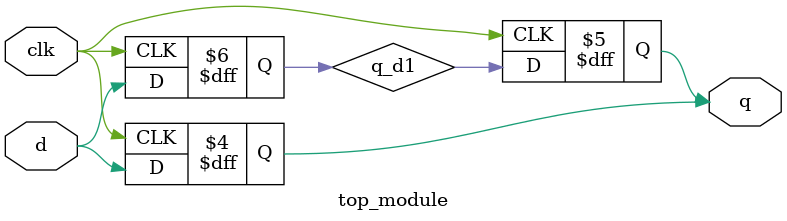
<source format=sv>
module top_module(
	input clk,
	input d,
	output reg q);

	reg q_d1;
	always @(posedge clk) begin
		q_d1 <= d;
	end

	always @(posedge clk) begin
		q <= q_d1;
	end

	always @(negedge clk) begin
		q <= d;
	end

endmodule

</source>
